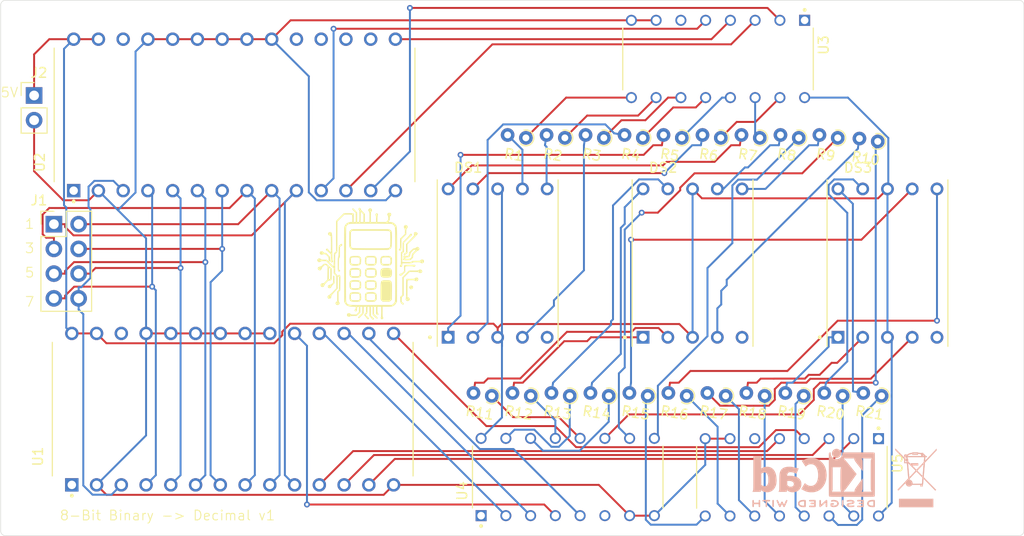
<source format=kicad_pcb>
(kicad_pcb (version 20240108) (generator "pcbnew") (generator_version "8.0")
  (layers (0 "F.Cu" signal) (31 "B.Cu" signal) (34 "B.Paste" user) (35 "F.Paste" user) (36 "B.SilkS" user "B.Silkscreen") (37 "F.SilkS" user "F.Silkscreen") (38 "B.Mask" user) (39 "F.Mask" user) (44 "Edge.Cuts" user))
  (net 0 "")
  (net 1 "Net-(J1-Pin_7)")
  (net 2 "Net-(J1-Pin_4)")
  (net 3 "Net-(J1-Pin_6)")
  (net 4 "Net-(J1-Pin_5)")
  (net 5 "Net-(J1-Pin_8)")
  (net 6 "Net-(J1-Pin_1)")
  (net 7 "Net-(J1-Pin_3)")
  (net 8 "Net-(J1-Pin_2)")
  (net 9 "GND")
  (net 10 "Net-(U1-I{slash}O7)")
  (net 11 "Net-(U1-I{slash}O4)")
  (net 12 "VCC")
  (net 13 "Net-(U1-I{slash}O6)")
  (net 14 "Net-(U1-I{slash}O0)")
  (net 15 "Net-(U1-I{slash}O2)")
  (net 16 "Net-(U1-I{slash}O3)")
  (net 17 "Net-(U1-I{slash}O5)")
  (net 18 "Net-(U1-I{slash}O1)")
  (net 19 "Net-(U2-I{slash}O0)")
  (net 21 "Net-(U2-I{slash}O2)")
  (net 24 "Net-(U2-I{slash}O3)")
  (net 25 "Net-(U2-I{slash}O1)")
  (net 30 "Net-(DS1-Pad7)")
  (net 31 "Net-(U3-a)")
  (net 32 "Net-(DS1-Pad4)")
  (net 33 "Net-(DS1-Pad9)")
  (net 34 "Net-(DS1-Pad10)")
  (net 35 "Net-(DS1-Pad6)")
  (net 36 "Net-(DS1-Pad2)")
  (net 37 "Net-(DS1-Pad1)")
  (net 38 "Net-(DS2-Pad6)")
  (net 39 "Net-(DS2-Pad1)")
  (net 40 "Net-(DS2-Pad2)")
  (net 41 "Net-(DS2-Pad9)")
  (net 42 "Net-(DS2-Pad4)")
  (net 43 "Net-(DS2-Pad10)")
  (net 44 "Net-(DS2-Pad7)")
  (net 45 "Net-(DS3-Pad2)")
  (net 46 "Net-(DS3-Pad7)")
  (net 47 "Net-(DS3-Pad1)")
  (net 48 "Net-(DS3-Pad10)")
  (net 49 "Net-(DS3-Pad6)")
  (net 50 "Net-(DS3-Pad4)")
  (net 51 "Net-(DS3-Pad9)")
  (net 52 "Net-(U3-b)")
  (net 53 "Net-(U3-c)")
  (net 54 "Net-(U3-d)")
  (net 55 "Net-(U3-e)")
  (net 56 "Net-(U3-f)")
  (net 57 "Net-(U3-g)")
  (net 58 "Net-(U4-a)")
  (net 59 "Net-(U4-b)")
  (net 60 "Net-(U4-c)")
  (net 61 "Net-(U4-d)")
  (net 62 "Net-(U4-e)")
  (net 63 "Net-(U4-f)")
  (net 64 "Net-(U4-g)")
  (net 65 "Net-(U5-a)")
  (net 66 "Net-(U5-b)")
  (net 67 "Net-(U5-c)")
  (net 68 "Net-(U5-d)")
  (net 69 "Net-(U5-e)")
  (net 70 "Net-(U5-f)")
  (net 71 "Net-(U5-g)")
  (footprint "Resistor_THT:R_Axial_DIN0204_L3.6mm_D1.6mm_P1.90mm_Vertical" (layer "F.Cu") (at 124.9649 37.0774 171)
    (property "Reference" "R2")
    (property "Value" "330")
  )
  (footprint "Resistor_THT:R_Axial_DIN0204_L3.6mm_D1.6mm_P1.90mm_Vertical" (layer "F.Cu") (at 120.9649 37.0774 171)
    (property "Reference" "R1")
    (property "Value" "330")
  )
  (footprint "HDSP-511Y Footprint Symbol:LED_HDSP-511Y" (layer "F.Cu") (at 138.07 49.9425)
    (property "Reference" "DS2")
    (property "Value" "HDSP-511Y")
  )
  (footprint "AT28C64B-15PU:DIP1555W45P254L3733H482Q28" (layer "F.Cu") (at 90.88 64.9425 90)
    (property "Reference" "U1")
    (property "Value" "AT28C64B-15PU")
  )
  (footprint "CalculatorLogo:CalculatorLogo" (layer "F.Cu") (at 105 50)
    (property "Reference" "G***" (hide yes))
    (property "Value" "LOGO" (hide yes))
  )
  (footprint "Resistor_THT:R_Axial_DIN0204_L3.6mm_D1.6mm_P1.90mm_Vertical" (layer "F.Cu") (at 128.9649 37.0774 171)
    (property "Reference" "R3")
    (property "Value" "330")
  )
  (footprint "Resistor_THT:R_Axial_DIN0204_L3.6mm_D1.6mm_P1.90mm_Vertical" (layer "F.Cu") (at 136.9649 37.0774 171)
    (property "Reference" "R5")
    (property "Value" "330")
  )
  (footprint "Resistor_THT:R_Axial_DIN0204_L3.6mm_D1.6mm_P1.90mm_Vertical" (layer "F.Cu") (at 157.4649 63.5774 171)
    (property "Reference" "R21")
    (property "Value" "330")
  )
  (footprint "HDSP-511Y Footprint Symbol:LED_HDSP-511Y" (layer "F.Cu") (at 118.07 49.9425)
    (property "Reference" "DS1")
    (property "Value" "HDSP-511Y")
  )
  (footprint "Connector_PinHeader_2.54mm:PinHeader_2x04_P2.54mm_Vertical" (layer "F.Cu") (at 72.53 45.9425)
    (property "Reference" "J1")
    (property "Value" "Conn_01x08_Pin" (hide yes))
  )
  (footprint "Resistor_THT:R_Axial_DIN0204_L3.6mm_D1.6mm_P1.90mm_Vertical" (layer "F.Cu") (at 129.4649 63.5774 171)
    (property "Reference" "R14")
    (property "Value" "330")
  )
  (footprint "MountingHole:MountingHole_2.2mm_M2_DIN965" (layer "F.Cu") (at 69.5 25.5)
    (property "Reference" "REF**" (hide yes))
    (property "Value" "MountingHole_2.2mm_M2_DIN965" (hide yes))
  )
  (footprint "CD4056BE:DIP794W45P254L1969H508Q16" (layer "F.Cu") (at 148.26 71.9425 -90)
    (property "Reference" "U5")
    (property "Value" "4056")
  )
  (footprint "Resistor_THT:R_Axial_DIN0204_L3.6mm_D1.6mm_P1.90mm_Vertical" (layer "F.Cu") (at 125.4649 63.5774 171)
    (property "Reference" "R13")
    (property "Value" "330")
  )
  (footprint "Resistor_THT:R_Axial_DIN0204_L3.6mm_D1.6mm_P1.90mm_Vertical" (layer "F.Cu") (at 141.4649 63.5774 171)
    (property "Reference" "R17")
    (property "Value" "330")
  )
  (footprint "Resistor_THT:R_Axial_DIN0204_L3.6mm_D1.6mm_P1.90mm_Vertical" (layer "F.Cu") (at 137.4649 63.5774 171)
    (property "Reference" "R16")
    (property "Value" "330")
  )
  (footprint "Resistor_THT:R_Axial_DIN0204_L3.6mm_D1.6mm_P1.90mm_Vertical" (layer "F.Cu") (at 133.4649 63.5774 171)
    (property "Reference" "R15")
    (property "Value" "330")
  )
  (footprint "Connector_PinHeader_2.54mm:PinHeader_1x02_P2.54mm_Vertical" (layer "F.Cu") (at 70.5 32.725)
    (property "Reference" "J2")
    (property "Value" "Conn_01x02_Pin" (hide yes))
  )
  (footprint "Resistor_THT:R_Axial_DIN0204_L3.6mm_D1.6mm_P1.90mm_Vertical" (layer "F.Cu") (at 153.4649 63.5774 171)
    (property "Reference" "R20")
    (property "Value" "330")
  )
  (footprint "Resistor_THT:R_Axial_DIN0204_L3.6mm_D1.6mm_P1.90mm_Vertical" (layer "F.Cu") (at 117.4649 63.5774 171)
    (property "Reference" "R11")
    (property "Value" "330")
  )
  (footprint "Resistor_THT:R_Axial_DIN0204_L3.6mm_D1.6mm_P1.90mm_Vertical" (layer "F.Cu") (at 149.4649 63.5774 171)
    (property "Reference" "R19")
    (property "Value" "330")
  )
  (footprint "MountingHole:MountingHole_2.2mm_M2_DIN965" (layer "F.Cu") (at 69.5 75.5)
    (property "Reference" "REF**" (hide yes))
    (property "Value" "MountingHole_2.2mm_M2_DIN965" (hide yes))
  )
  (footprint "MountingHole:MountingHole_2.2mm_M2_DIN965" (layer "F.Cu") (at 169.5 75.5)
    (property "Reference" "REF**" (hide yes))
    (property "Value" "MountingHole_2.2mm_M2_DIN965" (hide yes))
  )
  (footprint "HDSP-511Y Footprint Symbol:LED_HDSP-511Y" (layer "F.Cu") (at 158.07 49.9425)
    (property "Reference" "DS3")
    (property "Value" "HDSP-511Y")
  )
  (footprint "Resistor_THT:R_Axial_DIN0204_L3.6mm_D1.6mm_P1.90mm_Vertical" (layer "F.Cu") (at 148.9649 37.0774 171)
    (property "Reference" "R8")
    (property "Value" "330")
  )
  (footprint "AT28C64B-15PU:DIP1555W45P254L3733H482Q28" (layer "F.Cu") (at 91.07 34.7212 90)
    (property "Reference" "U2")
    (property "Value" "AT28C64B-15PU")
  )
  (footprint "Resistor_THT:R_Axial_DIN0204_L3.6mm_D1.6mm_P1.90mm_Vertical" (layer "F.Cu") (at 140.9649 37.0774 171)
    (property "Reference" "R6")
    (property "Value" "330")
  )
  (footprint "Resistor_THT:R_Axial_DIN0204_L3.6mm_D1.6mm_P1.90mm_Vertical" (layer "F.Cu") (at 144.9649 37.0774 171)
    (property "Reference" "R7")
    (property "Value" "330")
  )
  (footprint "CD4056BE:DIP794W45P254L1969H508Q16" (layer "F.Cu") (at 140.68 28.9725 -90)
    (property "Reference" "U3")
    (property "Value" "4056")
  )
  (footprint "Resistor_THT:R_Axial_DIN0204_L3.6mm_D1.6mm_P1.90mm_Vertical" (layer "F.Cu") (at 157.07 37.4425 171)
    (property "Reference" "R10")
    (property "Value" "330")
  )
  (footprint "Resistor_THT:R_Axial_DIN0204_L3.6mm_D1.6mm_P1.90mm_Vertical" (layer "F.Cu") (at 132.9649 37.0774 171)
    (property "Reference" "R4")
    (property "Value" "330")
  )
  (footprint "Resistor_THT:R_Axial_DIN0204_L3.6mm_D1.6mm_P1.90mm_Vertical" (layer "F.Cu") (at 152.9649 37.0774 171)
    (property "Reference" "R9")
    (property "Value" "330")
  )
  (footprint "Resistor_THT:R_Axial_DIN0204_L3.6mm_D1.6mm_P1.90mm_Vertical" (layer "F.Cu") (at 121.4649 63.5774 171)
    (property "Reference" "R12")
    (property "Value" "330")
  )
  (footprint "MountingHole:MountingHole_2.2mm_M2_DIN965" (layer "F.Cu") (at 169.5 25.5)
    (property "Reference" "REF**" (hide yes))
    (property "Value" "MountingHole_2.2mm_M2_DIN965" (hide yes))
  )
  (footprint "Resistor_THT:R_Axial_DIN0204_L3.6mm_D1.6mm_P1.90mm_Vertical" (layer "F.Cu") (at 145.4649 63.5774 171)
    (property "Reference" "R18")
    (property "Value" "330")
  )
  (footprint "CD4056BE:DIP794W45P254L1969H508Q16" (layer "F.Cu") (at 125.26 71.9125 90)
    (property "Reference" "U4")
    (property "Value" "4056")
  )
  (footprint "Symbol:KiCad-Logo2_5mm_SilkScreen" (layer "B.Cu") (at 150.5 72 180)
    (property "Reference" "REF**" (hide yes))
    (property "Value" "KiCad-Logo2_5mm_SilkScreen" (hide yes))
  )
  (footprint "Symbol:WEEE-Logo_4.2x6mm_SilkScreen" (layer "B.Cu") (at 161 72 180)
    (property "Reference" "REF**" (hide yes))
    (property "Value" "WEEE-Logo_4.2x6mm_SilkScreen" (hide yes))
  )
  (gr_arc (start 171.57 22.9425) (mid 171.923553 23.088947) (end 172.07 23.4425) (stroke (width 0.05)) (layer "Edge.Cuts"))
  (gr_line (start 171.57 22.9425) (end 67.57 22.9425) (stroke (width 0.05)) (layer "Edge.Cuts"))
  (gr_arc (start 67.07 23.4425) (mid 67.216447 23.088947) (end 67.57 22.9425) (stroke (width 0.05)) (layer "Edge.Cuts"))
  (gr_line (start 67.07 23.4425) (end 67.07 77.4425) (stroke (width 0.05)) (layer "Edge.Cuts"))
  (gr_line (start 172.07 77.4425) (end 172.07 23.4425) (stroke (width 0.05)) (layer "Edge.Cuts"))
  (gr_line (start 67.57 77.9425) (end 171.57 77.9425) (stroke (width 0.05)) (layer "Edge.Cuts"))
  (gr_arc (start 67.57 77.9425) (mid 67.216447 77.796053) (end 67.07 77.4425) (stroke (width 0.05)) (layer "Edge.Cuts"))
  (gr_arc (start 172.07 77.4425) (mid 171.923553 77.796053) (end 171.57 77.9425) (stroke (width 0.05)) (layer "Edge.Cuts"))
  (gr_text "1" (at 69.5 46.5 0) (layer "F.SilkS") (effects (font (size 1 1) (thickness 0.1)) (justify left bottom)))
  (gr_text "5" (at 69.5 51.5 0) (layer "F.SilkS") (effects (font (size 1 1) (thickness 0.1)) (justify left bottom)))
  (gr_text "8-Bit Binary -> Decimal v1" (at 73.07 76.4425 0) (layer "F.SilkS") (effects (font (size 1 1) (thickness 0.1)) (justify left bottom)))
  (gr_text "5V" (at 67 33 0) (layer "F.SilkS") (effects (font (size 1 1) (thickness 0.1)) (justify left bottom)))
  (gr_text "3\n" (at 69.5 49 0) (layer "F.SilkS") (effects (font (size 1 1) (thickness 0.1)) (justify left bottom)))
  (gr_text "7" (at 69.5 54.5 0) (layer "F.SilkS") (effects (font (size 1 1) (thickness 0.1)) (justify left bottom)))
  (segment (start 72.53 53.5625) (end 73.6817 53.5625) (width 0.2) (layer "F.Cu") (net 1))
  (segment (start 73.6817 53.5625) (end 73.6817 53.294) (width 0.2) (layer "F.Cu") (net 1))
  (segment (start 73.6817 53.294) (end 74.6172 52.3585) (width 0.2) (layer "F.Cu") (net 1))
  (segment (start 74.6172 52.3585) (end 82.6141 52.3585) (width 0.2) (layer "F.Cu") (net 1))
  (via (at 82.6141 52.3585) (size 0.6) (drill 0.3) (layers "F.Cu" "B.Cu") (net 1))
  (segment (start 82.6141 52.3585) (end 82.99 52.7344) (width 0.2) (layer "B.Cu") (net 1))
  (segment (start 82.99 71.7212) (end 81.99 72.7212) (width 0.2) (layer "B.Cu") (net 1))
  (segment (start 82.99 52.7344) (end 82.99 71.7212) (width 0.2) (layer "B.Cu") (net 1))
  (segment (start 82.6141 42.934) (end 82.6141 52.3585) (width 0.2) (layer "B.Cu") (net 1))
  (segment (start 82.18 42.4999) (end 82.6141 42.934) (width 0.2) (layer "B.Cu") (net 1))
  (segment (start 75.07 48.4825) (end 89.8 48.4825) (width 0.2) (layer "F.Cu") (net 2))
  (via (at 89.8 48.4825) (size 0.6) (drill 0.3) (layers "F.Cu" "B.Cu") (net 2))
  (segment (start 88.612 51.9079) (end 89.8 50.7199) (width 0.2) (layer "B.Cu") (net 2))
  (segment (start 89.8 50.7199) (end 89.8 48.4825) (width 0.2) (layer "B.Cu") (net 2))
  (segment (start 89.8 48.4825) (end 89.8 42.4999) (width 0.2) (layer "B.Cu") (net 2))
  (segment (start 88.612 71.7232) (end 88.612 51.9079) (width 0.2) (layer "B.Cu") (net 2))
  (segment (start 89.61 72.7212) (end 88.612 71.7232) (width 0.2) (layer "B.Cu") (net 2))
  (segment (start 76.2217 51.0225) (end 76.8005 50.4437) (width 0.2) (layer "F.Cu") (net 3))
  (segment (start 75.07 51.0225) (end 76.2217 51.0225) (width 0.2) (layer "F.Cu") (net 3))
  (segment (start 76.8005 50.4437) (end 85.53 50.4437) (width 0.2) (layer "F.Cu") (net 3))
  (via (at 85.53 50.4437) (size 0.6) (drill 0.3) (layers "F.Cu" "B.Cu") (net 3))
  (segment (start 85.53 50.4437) (end 85.53 71.7212) (width 0.2) (layer "B.Cu") (net 3))
  (segment (start 84.72 42.4999) (end 85.53 43.3099) (width 0.2) (layer "B.Cu") (net 3))
  (segment (start 85.53 43.3099) (end 85.53 50.4437) (width 0.2) (layer "B.Cu") (net 3))
  (segment (start 85.53 71.7212) (end 84.53 72.7212) (width 0.2) (layer "B.Cu") (net 3))
  (segment (start 74.597 49.8387) (end 88.07 49.8387) (width 0.2) (layer "F.Cu") (net 4))
  (segment (start 72.53 51.0225) (end 73.6817 51.0225) (width 0.2) (layer "F.Cu") (net 4))
  (segment (start 73.6817 50.754) (end 74.597 49.8387) (width 0.2) (layer "F.Cu") (net 4))
  (segment (start 73.6817 51.0225) (end 73.6817 50.754) (width 0.2) (layer "F.Cu") (net 4))
  (via (at 88.07 49.8387) (size 0.6) (drill 0.3) (layers "F.Cu" "B.Cu") (net 4))
  (segment (start 88.07 71.7212) (end 87.07 72.7212) (width 0.2) (layer "B.Cu") (net 4))
  (segment (start 87.26 42.4999) (end 88.07 43.3099) (width 0.2) (layer "B.Cu") (net 4))
  (segment (start 88.07 43.3099) (end 88.07 49.8387) (width 0.2) (layer "B.Cu") (net 4))
  (segment (start 88.07 49.8387) (end 88.07 71.7212) (width 0.2) (layer "B.Cu") (net 4))
  (segment (start 75.07 53.5625) (end 75.07 52.4108) (width 0.2) (layer "B.Cu") (net 5))
  (segment (start 75.3385 52.4108) (end 75.07 52.4108) (width 0.2) (layer "B.Cu") (net 5))
  (segment (start 75.5472 55.1914) (end 75.07 54.7142) (width 0.2) (layer "B.Cu") (net 5))
  (segment (start 75.5472 72.7788) (end 75.5472 55.1914) (width 0.2) (layer "B.Cu") (net 5))
  (segment (start 76.6853 41.4903) (end 76.0869 42.0887) (width 0.2) (layer "B.Cu") (net 5))
  (segment (start 79.45 72.7212) (end 78.4406 73.7306) (width 0.2) (layer "B.Cu") (net 5))
  (segment (start 76.2733 44.387) (end 76.2733 51.476) (width 0.2) (layer "B.Cu") (net 5))
  (segment (start 76.499 73.7306) (end 75.5472 72.7788) (width 0.2) (layer "B.Cu") (net 5))
  (segment (start 79.64 42.4999) (end 78.6304 41.4903) (width 0.2) (layer "B.Cu") (net 5))
  (segment (start 75.07 53.5625) (end 75.07 54.7142) (width 0.2) (layer "B.Cu") (net 5))
  (segment (start 76.2733 51.476) (end 75.3385 52.4108) (width 0.2) (layer "B.Cu") (net 5))
  (segment (start 76.0869 42.0887) (end 76.0869 44.2006) (width 0.2) (layer "B.Cu") (net 5))
  (segment (start 76.0869 44.2006) (end 76.2733 44.387) (width 0.2) (layer "B.Cu") (net 5))
  (segment (start 78.4406 73.7306) (end 76.499 73.7306) (width 0.2) (layer "B.Cu") (net 5))
  (segment (start 78.6304 41.4903) (end 76.6853 41.4903) (width 0.2) (layer "B.Cu") (net 5))
  (segment (start 97.42 42.4999) (end 92.8257 47.0942) (width 0.2) (layer "F.Cu") (net 6))
  (segment (start 74.5454 47.0942) (end 73.6817 46.2305) (width 0.2) (layer "F.Cu") (net 6))
  (segment (start 73.6817 46.2305) (end 73.6817 45.9425) (width 0.2) (layer "F.Cu") (net 6))
  (segment (start 92.8257 47.0942) (end 74.5454 47.0942) (width 0.2) (layer "F.Cu") (net 6))
  (segment (start 72.53 45.9425) (end 73.6817 45.9425) (width 0.2) (layer "F.Cu") (net 6))
  (segment (start 96.232 43.6879) (end 96.232 71.7232) (width 0.2) (layer "B.Cu") (net 6))
  (segment (start 97.42 42.4999) (end 96.232 43.6879) (width 0.2) (layer "B.Cu") (net 6))
  (segment (start 96.232 71.7232) (end 97.23 72.7212) (width 0.2) (layer "B.Cu") (net 6))
  (segment (start 71.3783 46.9709) (end 71.3783 44.9524) (width 0.2) (layer "F.Cu") (net 7))
  (segment (start 72.53 47.3308) (end 71.7382 47.3308) (width 0.2) (layer "F.Cu") (net 7))
  (segment (start 90.5553 44.2846) (end 92.34 42.4999) (width 0.2) (layer "F.Cu") (net 7))
  (segment (start 72.53 48.4825) (end 72.53 47.3308) (width 0.2) (layer "F.Cu") (net 7))
  (segment (start 72.0461 44.2846) (end 90.5553 44.2846) (width 0.2) (layer "F.Cu") (net 7))
  (segment (start 71.3783 44.9524) (end 72.0461 44.2846) (width 0.2) (layer "F.Cu") (net 7))
  (segment (start 71.7382 47.3308) (end 71.3783 46.9709) (width 0.2) (layer "F.Cu") (net 7))
  (segment (start 93.15 71.7212) (end 92.15 72.7212) (width 0.2) (layer "B.Cu") (net 7))
  (segment (start 93.15 43.3099) (end 93.15 71.7212) (width 0.2) (layer "B.Cu") (net 7))
  (segment (start 92.34 42.4999) (end 93.15 43.3099) (width 0.2) (layer "B.Cu") (net 7))
  (segment (start 94.88 42.4999) (end 91.4374 45.9425) (width 0.2) (layer "F.Cu") (net 8))
  (segment (start 91.4374 45.9425) (end 75.07 45.9425) (width 0.2) (layer "F.Cu") (net 8))
  (segment (start 94.88 42.4999) (end 95.69 43.3099) (width 0.2) (layer "B.Cu") (net 8))
  (segment (start 95.69 71.7212) (end 94.69 72.7212) (width 0.2) (layer "B.Cu") (net 8))
  (segment (start 95.69 43.3099) (end 95.69 71.7212) (width 0.2) (layer "B.Cu") (net 8))
  (segment (start 77.1 42.49995) (end 76.111 43.48895) (width 0.2) (layer "F.Cu") (net 9))
  (segment (start 134.33 25.0025) (end 131.79 25.0025) (width 0.2) (layer "F.Cu") (net 9))
  (segment (start 94.88 26.9424) (end 92.34 26.9424) (width 0.2) (layer "F.Cu") (net 9))
  (segment (start 96.8199 25.0025) (end 94.88 26.9424) (width 0.2) (layer "F.Cu") (net 9))
  (segment (start 87.26 26.9424) (end 84.72 26.9424) (width 0.2) (layer "F.Cu") (net 9))
  (segment (start 87.07 57.1637) (end 84.53 57.1637) (width 0.2) (layer "F.Cu") (net 9))
  (segment (start 141.91 67.9725) (end 139.37 67.9725) (width 0.2) (layer "F.Cu") (net 9))
  (segment (start 70.5 40.5) (end 70.5 35.265) (width 0.2) (layer "F.Cu") (net 9))
  (segment (start 106.3681 73.7431) (end 77.9319 73.7431) (width 0.2) (layer "F.Cu") (net 9))
  (segment (start 84.72 26.9424) (end 82.18 26.9424) (width 0.2) (layer "F.Cu") (net 9))
  (segment (start 92.15 57.1637) (end 89.61 57.1637) (width 0.2) (layer "F.Cu") (net 9))
  (segment (start 89.61 57.1637) (end 87.07 57.1637) (width 0.2) (layer "F.Cu") (net 9))
  (segment (start 131.79 25.0025) (end 96.8199 25.0025) (width 0.2) (layer "F.Cu") (net 9))
  (segment (start 84.53 57.1637) (end 81.99 57.1637) (width 0.2) (layer "F.Cu") (net 9))
  (segment (start 89.8 26.9424) (end 87.26 26.9424) (width 0.2) (layer "F.Cu") (net 9))
  (segment (start 107.39 72.7212) (end 106.3681 73.7431) (width 0.2) (layer "F.Cu") (net 9))
  (segment (start 73.48895 43.48895) (end 70.5 40.5) (width 0.2) (layer "F.Cu") (net 9))
  (segment (start 77.9319 73.7431) (end 76.91 72.7212) (width 0.2) (layer "F.Cu") (net 9))
  (segment (start 128.4487 72.7212) (end 107.39 72.7212) (width 0.2) (layer "F.Cu") (net 9))
  (segment (start 94.69 57.1637) (end 92.15 57.1637) (width 0.2) (layer "F.Cu") (net 9))
  (segment (start 92.34 26.9424) (end 89.8 26.9424) (width 0.2) (layer "F.Cu") (net 9))
  (segment (start 134.15 75.8825) (end 131.61 75.8825) (width 0.2) (layer "F.Cu") (net 9))
  (segment (start 76.111 43.48895) (end 73.48895 43.48895) (width 0.2) (layer "F.Cu") (net 9))
  (segment (start 131.61 75.8825) (end 128.4487 72.7212) (width 0.2) (layer "F.Cu") (net 9))
  (segment (start 81.99 67.6412) (end 81.99 57.1637) (width 0.2) (layer "B.Cu") (net 9))
  (segment (start 81.99 47.3899) (end 81.99 57.1637) (width 0.2) (layer "B.Cu") (net 9))
  (segment (start 106.5893 43.4906) (end 99.5013 43.4906) (width 0.2) (layer "B.Cu") (net 9))
  (segment (start 79.0975 44.4973) (end 81.99 47.3899) (width 0.2) (layer "B.Cu") (net 9))
  (segment (start 80.91 42.6848) (end 79.0975 44.4973) (width 0.2) (layer "B.Cu") (net 9))
  (segment (start 80.91 28.2124) (end 80.91 42.6848) (width 0.2) (layer "B.Cu") (net 9))
  (segment (start 98.69 30.7524) (end 94.88 26.9424) (width 0.2) (layer "B.Cu") (net 9))
  (segment (start 76.91 72.7212) (end 81.99 67.6412) (width 0.2) (layer "B.Cu") (net 9))
  (segment (start 134.15 75.8825) (end 139.37 70.6625) (width 0.2) (layer "B.Cu") (net 9))
  (segment (start 77.1 42.4999) (end 79.0975 44.4973) (width 0.2) (layer "B.Cu") (net 9))
  (segment (start 82.18 26.9424) (end 80.91 28.2124) (width 0.2) (layer "B.Cu") (net 9))
  (segment (start 98.69 42.6793) (end 98.69 30.7524) (width 0.2) (layer "B.Cu") (net 9))
  (segment (start 139.37 70.6625) (end 139.37 67.9725) (width 0.2) (layer "B.Cu") (net 9))
  (segment (start 107.58 42.4999) (end 106.5893 43.4906) (width 0.2) (layer "B.Cu") (net 9))
  (segment (start 99.5013 43.4906) (end 98.69 42.6793) (width 0.2) (layer "B.Cu") (net 9))
  (segment (start 122.8444 74.7369) (end 123.99 75.8825) (width 0.2) (layer "F.Cu") (net 10))
  (segment (start 98.5 74.7369) (end 122.8444 74.7369) (width 0.2) (layer "F.Cu") (net 10))
  (via (at 98.5 74.7369) (size 0.6) (drill 0.3) (layers "F.Cu" "B.Cu") (net 10))
  (segment (start 98.5 58.4337) (end 98.5 74.7369) (width 0.2) (layer "B.Cu") (net 10))
  (segment (start 97.23 57.1637) (end 98.5 58.4337) (width 0.2) (layer "B.Cu") (net 10))
  (segment (start 104.85 57.6541) (end 104.85 57.1637) (width 0.2) (layer "B.Cu") (net 11))
  (segment (start 116.2322 69.0363) (end 104.85 57.6541) (width 0.2) (layer "B.Cu") (net 11))
  (segment (start 126.53 75.8825) (end 119.6838 69.0363) (width 0.2) (layer "B.Cu") (net 11))
  (segment (start 119.6838 69.0363) (end 116.2322 69.0363) (width 0.2) (layer "B.Cu") (net 11))
  (segment (start 77.1 26.9424) (end 74.56 26.9424) (width 0.2) (layer "F.Cu") (net 12))
  (segment (start 95.96 56.9865) (end 96.7814 56.1651) (width 0.2) (layer "F.Cu") (net 12))
  (segment (start 96.7814 56.1651) (end 117.6333 56.1651) (width 0.2) (layer "F.Cu") (net 12))
  (segment (start 77.9232 58.1769) (end 95.1387 58.1769) (width 0.2) (layer "F.Cu") (net 12))
  (segment (start 76.91 57.1637) (end 77.9232 58.1769) (width 0.2) (layer "F.Cu") (net 12))
  (segment (start 118.07 56.6018) (end 118.07 57.5625) (width 0.2) (layer "F.Cu") (net 12))
  (segment (start 74.56 26.94245) (end 72.05755 26.94245) (width 0.2) (layer "F.Cu") (net 12))
  (segment (start 158.07 42.3225) (end 157.1024 43.2901) (width 0.2) (layer "F.Cu") (net 12))
  (segment (start 136.7076 56.2001) (end 118.4717 56.2001) (width 0.2) (layer "F.Cu") (net 12))
  (segment (start 157.1024 43.2901) (end 139.0376 43.2901) (width 0.2) (layer "F.Cu") (net 12))
  (segment (start 74.37 57.1637) (end 76.91 57.1637) (width 0.2) (layer "F.Cu") (net 12))
  (segment (start 117.6333 56.1651) (end 118.07 56.6018) (width 0.2) (layer "F.Cu") (net 12))
  (segment (start 72.05755 26.94245) (end 70.5 28.5) (width 0.2) (layer "F.Cu") (net 12))
  (segment (start 138.07 57.5625) (end 136.7076 56.2001) (width 0.2) (layer "F.Cu") (net 12))
  (segment (start 118.4717 56.2001) (end 118.07 56.6018) (width 0.2) (layer "F.Cu") (net 12))
  (segment (start 95.1387 58.1769) (end 95.96 57.3556) (width 0.2) (layer "F.Cu") (net 12))
  (segment (start 139.0376 43.2901) (end 138.07 42.3225) (width 0.2) (layer "F.Cu") (net 12))
  (segment (start 95.96 57.3556) (end 95.96 56.9865) (width 0.2) (layer "F.Cu") (net 12))
  (segment (start 70.5 28.5) (end 70.5 32.725) (width 0.2) (layer "F.Cu") (net 12))
  (segment (start 158.5036 74.5589) (end 158.5036 57.9961) (width 0.2) (layer "B.Cu") (net 12))
  (segment (start 158.5036 57.9961) (end 158.07 57.5625) (width 0.2) (layer "B.Cu") (net 12))
  (segment (start 116.37 67.9425) (end 118.5082 65.8043) (width 0.2) (layer "B.Cu") (net 12))
  (segment (start 157.15 75.9125) (end 158.5036 74.5589) (width 0.2) (layer "B.Cu") (net 12))
  (segment (start 158.07 57.5625) (end 158.07 42.3225) (width 0.2) (layer "B.Cu") (net 12))
  (segment (start 118.5082 58.4631) (end 118.5082 42.7607) (width 0.2) (layer "B.Cu") (net 12))
  (segment (start 73.5693 43.9934) (end 73.8 44.2241) (width 0.2) (layer "B.Cu") (net 12))
  (segment (start 154.0052 32.9425) (end 149.57 32.9425) (width 0.2) (layer "B.Cu") (net 12))
  (segment (start 158.155 42.2375) (end 158.155 37.0923) (width 0.2) (layer "B.Cu") (net 12))
  (segment (start 158.07 42.3225) (end 158.155 42.2375) (width 0.2) (layer "B.Cu") (net 12))
  (segment (start 118.5082 42.7607) (end 118.07 42.3225) (width 0.2) (layer "B.Cu") (net 12))
  (segment (start 73.5693 27.9331) (end 73.5693 43.9934) (width 0.2) (layer "B.Cu") (net 12))
  (segment (start 118.5082 65.8043) (end 118.5082 58.4631) (width 0.2) (layer "B.Cu") (net 12))
  (segment (start 158.155 37.0923) (end 154.0052 32.9425) (width 0.2) (layer "B.Cu") (net 12))
  (segment (start 74.56 26.9424) (end 73.5693 27.9331) (width 0.2) (layer "B.Cu") (net 12))
  (segment (start 118.5082 58.0007) (end 118.07 57.5625) (width 0.2) (layer "B.Cu") (net 12))
  (segment (start 138.07 57.5625) (end 138.07 42.3225) (width 0.2) (layer "B.Cu") (net 12))
  (segment (start 118.5082 58.4631) (end 118.5082 58.0007) (width 0.2) (layer "B.Cu") (net 12))
  (segment (start 73.8 44.2241) (end 73.8 56.5937) (width 0.2) (layer "B.Cu") (net 12))
  (segment (start 73.8 56.5937) (end 74.37 57.1637) (width 0.2) (layer "B.Cu") (net 12))
  (segment (start 118.91 75.8825) (end 100.1912 57.1637) (width 0.2) (layer "B.Cu") (net 13))
  (segment (start 100.1912 57.1637) (end 99.77 57.1637) (width 0.2) (layer "B.Cu") (net 13))
  (segment (start 99.77 72.7212) (end 103.24 69.2512) (width 0.2) (layer "F.Cu") (net 14))
  (segment (start 103.24 69.2512) (end 145.7113 69.2512) (width 0.2) (layer "F.Cu") (net 14))
  (segment (start 145.7113 69.2512) (end 146.99 67.9725) (width 0.2) (layer "F.Cu") (net 14))
  (segment (start 107.5166 70.0546) (end 152.5279 70.0546) (width 0.2) (layer "F.Cu") (net 15))
  (segment (start 152.5279 70.0546) (end 154.61 67.9725) (width 0.2) (layer "F.Cu") (net 15))
  (segment (start 104.85 72.7212) (end 107.5166 70.0546) (width 0.2) (layer "F.Cu") (net 15))
  (segment (start 146.6257 67.0939) (end 144.8701 68.8495) (width 0.2) (layer "F.Cu") (net 16))
  (segment (start 116.9077 66.6814) (end 107.39 57.1637) (width 0.2) (layer "F.Cu") (net 16))
  (segment (start 149.53 67.9725) (end 148.6514 67.0939) (width 0.2) (layer "F.Cu") (net 16))
  (segment (start 148.6514 67.0939) (end 146.6257 67.0939) (width 0.2) (layer "F.Cu") (net 16))
  (segment (start 123.9547 66.6814) (end 116.9077 66.6814) (width 0.2) (layer "F.Cu") (net 16))
  (segment (start 144.8701 68.8495) (end 126.1228 68.8495) (width 0.2) (layer "F.Cu") (net 16))
  (segment (start 126.1228 68.8495) (end 123.9547 66.6814) (width 0.2) (layer "F.Cu") (net 16))
  (segment (start 121.45 75.8825) (end 102.7312 57.1637) (width 0.2) (layer "B.Cu") (net 17))
  (segment (start 102.7312 57.1637) (end 102.31 57.1637) (width 0.2) (layer "B.Cu") (net 17))
  (segment (start 102.31 72.7212) (end 105.3783 69.6529) (width 0.2) (layer "F.Cu") (net 18))
  (segment (start 105.3783 69.6529) (end 150.3896 69.6529) (width 0.2) (layer "F.Cu") (net 18))
  (segment (start 150.3896 69.6529) (end 152.07 67.9725) (width 0.2) (layer "F.Cu") (net 18))
  (segment (start 139.41 25.0025) (end 138.5432 25.8693) (width 0.2) (layer "F.Cu") (net 19))
  (segment (start 138.5432 25.8693) (end 101.23 25.8693) (width 0.2) (layer "F.Cu") (net 19))
  (via (at 101.23 25.8693) (size 0.6) (drill 0.3) (layers "F.Cu" "B.Cu") (net 19))
  (segment (start 101.23 41.2299) (end 101.23 25.8693) (width 0.2) (layer "B.Cu") (net 19))
  (segment (start 99.96 42.4999) (end 101.23 41.2299) (width 0.2) (layer "B.Cu") (net 19))
  (segment (start 145.7598 23.7323) (end 109.0651 23.7323) (width 0.2) (layer "F.Cu") (net 21))
  (segment (start 147.03 25.0025) (end 145.7598 23.7323) (width 0.2) (layer "F.Cu") (net 21))
  (via (at 109.0651 23.7323) (size 0.6) (drill 0.3) (layers "F.Cu" "B.Cu") (net 21))
  (segment (start 105.04 42.4999) (end 109.0651 38.4748) (width 0.2) (layer "B.Cu") (net 21))
  (segment (start 109.0651 38.4748) (end 109.0651 23.7323) (width 0.2) (layer "B.Cu") (net 21))
  (segment (start 141.95 25.0025) (end 140.0101 26.9424) (width 0.2) (layer "F.Cu") (net 24))
  (segment (start 140.0101 26.9424) (end 107.58 26.9424) (width 0.2) (layer "F.Cu") (net 24))
  (segment (start 117.5288 27.4711) (end 142.0214 27.4711) (width 0.2) (layer "F.Cu") (net 25))
  (segment (start 142.0214 27.4711) (end 144.49 25.0025) (width 0.2) (layer "F.Cu") (net 25))
  (segment (start 102.5 42.4999) (end 117.5288 27.4711) (width 0.2) (layer "F.Cu") (net 25))
  (segment (start 120.61 42.3225) (end 120.61 38.3019) (width 0.2) (layer "B.Cu") (net 30))
  (segment (start 120.61 38.3019) (end 119.0883 36.7802) (width 0.2) (layer "B.Cu") (net 30))
  (segment (start 131.79 32.9425) (end 125.0998 32.9425) (width 0.2) (layer "F.Cu") (net 31))
  (segment (start 125.0998 32.9425) (end 120.9649 37.0774) (width 0.2) (layer "F.Cu") (net 31))
  (segment (start 123.8411 54.3314) (end 120.61 57.5625) (width 0.2) (layer "B.Cu") (net 32))
  (segment (start 123.8411 53.7634) (end 123.8411 54.3314) (width 0.2) (layer "B.Cu") (net 32))
  (segment (start 127.0883 36.7802) (end 126.9214 37.8345) (width 0.2) (layer "B.Cu") (net 32))
  (segment (start 126.9214 50.6831) (end 123.8411 53.7634) (width 0.2) (layer "B.Cu") (net 32))
  (segment (start 126.9214 37.8345) (end 126.9214 50.6831) (width 0.2) (layer "B.Cu") (net 32))
  (segment (start 117.1549 40.6976) (end 135.1709 40.6976) (width 0.2) (layer "F.Cu") (net 33))
  (segment (start 115.53 42.3225) (end 117.1549 40.6976) (width 0.2) (layer "F.Cu") (net 33))
  (via (at 135.1709 40.6976) (size 0.6) (drill 0.3) (layers "F.Cu" "B.Cu") (net 33))
  (segment (start 139.0883 36.7802) (end 138.9214 37.8345) (width 0.2) (layer "B.Cu") (net 33))
  (segment (start 138.9214 37.8345) (end 138.034 37.8345) (width 0.2) (layer "B.Cu") (net 33))
  (segment (start 138.034 37.8345) (end 135.1709 40.6976) (width 0.2) (layer "B.Cu") (net 33))
  (segment (start 142.034 37.8345) (end 140.3285 39.54) (width 0.2) (layer "F.Cu") (net 34))
  (segment (start 135.0252 39.9099) (end 115.4026 39.9099) (width 0.2) (layer "F.Cu") (net 34))
  (segment (start 135.3951 39.54) (end 135.0252 39.9099) (width 0.2) (layer "F.Cu") (net 34))
  (segment (start 143.0883 36.7802) (end 142.9214 37.8345) (width 0.2) (layer "F.Cu") (net 34))
  (segment (start 115.4026 39.9099) (end 112.99 42.3225) (width 0.2) (layer "F.Cu") (net 34))
  (segment (start 142.9214 37.8345) (end 142.034 37.8345) (width 0.2) (layer "F.Cu") (net 34))
  (segment (start 140.3285 39.54) (end 135.3951 39.54) (width 0.2) (layer "F.Cu") (net 34))
  (segment (start 123.0883 36.7802) (end 122.9214 37.8345) (width 0.2) (layer "B.Cu") (net 35))
  (segment (start 123.0883 38.0014) (end 122.9214 37.8345) (width 0.2) (layer "B.Cu") (net 35))
  (segment (start 123.0883 42.2608) (end 123.0883 38.0014) (width 0.2) (layer "B.Cu") (net 35))
  (segment (start 123.15 42.3225) (end 123.0883 42.2608) (width 0.2) (layer "B.Cu") (net 35))
  (segment (start 129.1153 35.6945) (end 118.6378 35.6945) (width 0.2) (layer "B.Cu") (net 36))
  (segment (start 131.0883 36.7802) (end 130.034 36.6133) (width 0.2) (layer "B.Cu") (net 36))
  (segment (start 118.6378 35.6945) (end 117.037 37.2953) (width 0.2) (layer "B.Cu") (net 36))
  (segment (start 117.037 56.0555) (end 115.53 57.5625) (width 0.2) (layer "B.Cu") (net 36))
  (segment (start 130.034 36.6133) (end 130.034 36.6132) (width 0.2) (layer "B.Cu") (net 36))
  (segment (start 117.037 37.2953) (end 117.037 56.0555) (width 0.2) (layer "B.Cu") (net 36))
  (segment (start 130.034 36.6132) (end 129.1153 35.6945) (width 0.2) (layer "B.Cu") (net 36))
  (segment (start 134.9214 37.8345) (end 134.034 37.8345) (width 0.2) (layer "F.Cu") (net 37))
  (segment (start 135.0883 36.7802) (end 134.9214 37.8345) (width 0.2) (layer "F.Cu") (net 37))
  (segment (start 133.0476 38.8209) (end 114.2617 38.8209) (width 0.2) (layer "F.Cu") (net 37))
  (segment (start 134.034 37.8345) (end 133.0476 38.8209) (width 0.2) (layer "F.Cu") (net 37))
  (via (at 114.2617 38.8209) (size 0.6) (drill 0.3) (layers "F.Cu" "B.Cu") (net 37))
  (segment (start 112.99 57.5625) (end 112.99 56.6068) (width 0.2) (layer "B.Cu") (net 37))
  (segment (start 112.99 56.6068) (end 114.2617 55.3351) (width 0.2) (layer "B.Cu") (net 37))
  (segment (start 114.2617 55.3351) (end 114.2617 38.8209) (width 0.2) (layer "B.Cu") (net 37))
  (segment (start 151.0883 36.7802) (end 150.9214 37.8345) (width 0.2) (layer "B.Cu") (net 38))
  (segment (start 145.546 42.3225) (end 143.15 42.3225) (width 0.2) (layer "B.Cu") (net 38))
  (segment (start 150.034 37.8345) (end 145.546 42.3225) (width 0.2) (layer "B.Cu") (net 38))
  (segment (start 150.9214 37.8345) (end 150.034 37.8345) (width 0.2) (layer "B.Cu") (net 38))
  (segment (start 119.7553 62.2258) (end 120.6427 62.2258) (width 0.2) (layer "F.Cu") (net 39))
  (segment (start 124.9043 57.9642) (end 127.2427 57.9642) (width 0.2) (layer "F.Cu") (net 39))
  (segment (start 127.2427 57.9642) (end 127.6444 57.5625) (width 0.2) (layer "F.Cu") (net 39))
  (segment (start 120.6427 62.2258) (end 124.9043 57.9642) (width 0.2) (layer "F.Cu") (net 39))
  (segment (start 127.6444 57.5625) (end 132.99 57.5625) (width 0.2) (layer "F.Cu") (net 39))
  (segment (start 119.5883 63.2802) (end 119.7553 62.2258) (width 0.2) (layer "F.Cu") (net 39))
  (segment (start 115.5883 63.2802) (end 115.7553 62.2258) (width 0.2) (layer "F.Cu") (net 40))
  (segment (start 131.8159 57.0019) (end 131.8159 57.002) (width 0.2) (layer "F.Cu") (net 40))
  (segment (start 131.8159 57.002) (end 125.1803 57.002) (width 0.2) (layer "F.Cu") (net 40))
  (segment (start 125.1803 57.002) (end 120.3886 61.7937) (width 0.2) (layer "F.Cu") (net 40))
  (segment (start 120.3886 61.7937) (end 117.0748 61.7937) (width 0.2) (layer "F.Cu") (net 40))
  (segment (start 134.5743 56.6068) (end 132.211 56.6068) (width 0.2) (layer "F.Cu") (net 40))
  (segment (start 132.211 56.6068) (end 131.8159 57.0019) (width 0.2) (layer "F.Cu") (net 40))
  (segment (start 135.53 57.5625) (end 134.5743 56.6068) (width 0.2) (layer "F.Cu") (net 40))
  (segment (start 116.6427 62.2258) (end 115.7553 62.2258) (width 0.2) (layer "F.Cu") (net 40))
  (segment (start 117.0748 61.7937) (end 116.6427 62.2258) (width 0.2) (layer "F.Cu") (net 40))
  (segment (start 135.53 42.3225) (end 134.5535 41.346) (width 0.2) (layer "B.Cu") (net 41))
  (segment (start 129.7017 56.2794) (end 123.7553 62.2258) (width 0.2) (layer "B.Cu") (net 41))
  (segment (start 129.7017 55.9156) (end 129.7017 56.2794) (width 0.2) (layer "B.Cu") (net 41))
  (segment (start 129.9034 44.0194) (end 129.9034 55.7139) (width 0.2) (layer "B.Cu") (net 41))
  (segment (start 123.5883 63.2802) (end 123.7553 62.2258) (width 0.2) (layer "B.Cu") (net 41))
  (segment (start 132.5768 41.346) (end 129.9034 44.0194) (width 0.2) (layer "B.Cu") (net 41))
  (segment (start 129.9034 55.7139) (end 129.7017 55.9156) (width 0.2) (layer "B.Cu") (net 41))
  (segment (start 134.5535 41.346) (end 132.5768 41.346) (width 0.2) (layer "B.Cu") (net 41))
  (segment (start 142.0157 51.2103) (end 142.0157 51.2124) (width 0.2) (layer "B.Cu") (net 42))
  (segment (start 140.61 54.5944) (end 140.61 57.5625) (width 0.2) (layer "B.Cu") (net 42))
  (segment (start 142.0157 51.2124) (end 141.5727 51.6554) (width 0.2) (layer "B.Cu") (net 42))
  (segment (start 141.0117 52.7844) (end 141.0117 54.1927) (width 0.2) (layer "B.Cu") (net 42))
  (segment (start 155.0264 38.1996) (end 142.0157 51.2103) (width 0.2) (layer "B.Cu") (net 42))
  (segment (start 141.5727 52.2234) (end 141.0117 52.7844) (width 0.2) (layer "B.Cu") (net 42))
  (segment (start 141.0117 54.1927) (end 140.61 54.5944) (width 0.2) (layer "B.Cu") (net 42))
  (segment (start 155.0265 38.1996) (end 155.0264 38.1996) (width 0.2) (layer "B.Cu") (net 42))
  (segment (start 155.1934 37.1453) (end 155.0265 38.1996) (width 0.2) (layer "B.Cu") (net 42))
  (segment (start 141.5727 51.6554) (end 141.5727 52.2234) (width 0.2) (layer "B.Cu") (net 42))
  (segment (start 132.99 42.3225) (end 131.1083 44.2042) (width 0.2) (layer "B.Cu") (net 43))
  (segment (start 131.1083 44.2042) (end 131.1083 45.9203) (width 0.2) (layer "B.Cu") (net 43))
  (segment (start 131.1083 45.9203) (end 130.7066 46.322) (width 0.2) (layer "B.Cu") (net 43))
  (segment (start 130.7066 46.322) (end 130.7066 59.2745) (width 0.2) (layer "B.Cu") (net 43))
  (segment (start 127.5883 63.2802) (end 127.7553 62.2258) (width 0.2) (layer "B.Cu") (net 43))
  (segment (start 130.7066 59.2745) (end 127.7553 62.2258) (width 0.2) (layer "B.Cu") (net 43))
  (segment (start 146.9214 37.8345) (end 146.034 37.8345) (width 0.2) (layer "B.Cu") (net 44))
  (segment (start 141.2274 42.3225) (end 140.61 42.3225) (width 0.2) (layer "B.Cu") (net 44))
  (segment (start 143.7494 40.117) (end 143.4329 40.117) (width 0.2) (layer "B.Cu") (net 44))
  (segment (start 147.0883 36.7802) (end 146.9214 37.8345) (width 0.2) (layer "B.Cu") (net 44))
  (segment (start 145.0071 38.8593) (end 143.7494 40.117) (width 0.2) (layer "B.Cu") (net 44))
  (segment (start 143.4329 40.117) (end 141.2274 42.3225) (width 0.2) (layer "B.Cu") (net 44))
  (segment (start 145.0092 38.8593) (end 145.0071 38.8593) (width 0.2) (layer "B.Cu") (net 44))
  (segment (start 146.034 37.8345) (end 145.0092 38.8593) (width 0.2) (layer "B.Cu") (net 44))
  (segment (start 146.3836 61.8059) (end 145.0626 61.8059) (width 0.2) (layer "F.Cu") (net 45))
  (segment (start 152.9067 60.1858) (end 152.3387 60.1858) (width 0.2) (layer "F.Cu") (net 45))
  (segment (start 145.0626 61.8059) (end 144.6427 62.2258) (width 0.2) (layer "F.Cu") (net 45))
  (segment (start 146.3851 61.8044) (end 146.3836 61.8059) (width 0.2) (layer "F.Cu") (net 45))
  (segment (start 144.6427 62.2258) (end 143.7553 62.2258) (width 0.2) (layer "F.Cu") (net 45))
  (segment (start 152.3387 60.1858) (end 151.1033 61.4212) (width 0.2) (layer "F.Cu") (net 45))
  (segment (start 151.1033 61.4212) (end 149.9824 61.4212) (width 0.2) (layer "F.Cu") (net 45))
  (segment (start 155.53 57.5625) (end 152.9067 60.1858) (width 0.2) (layer "F.Cu") (net 45))
  (segment (start 149.5992 61.8044) (end 146.3851 61.8044) (width 0.2) (layer "F.Cu") (net 45))
  (segment (start 149.9824 61.4212) (end 149.5992 61.8044) (width 0.2) (layer "F.Cu") (net 45))
  (segment (start 143.5883 63.2802) (end 143.7553 62.2258) (width 0.2) (layer "F.Cu") (net 45))
  (segment (start 155.3957 47.5368) (end 131.7552 47.5368) (width 0.2) (layer "F.Cu") (net 46))
  (segment (start 160.61 42.3225) (end 155.3957 47.5368) (width 0.2) (layer "F.Cu") (net 46))
  (via (at 131.7552 47.5368) (size 0.6) (drill 0.3) (layers "F.Cu" "B.Cu") (net 46))
  (segment (start 131.5883 63.2802) (end 131.7553 62.2258) (width 0.2) (layer "B.Cu") (net 46))
  (segment (start 131.7552 62.2258) (end 131.7552 47.5368) (width 0.2) (layer "B.Cu") (net 46))
  (segment (start 131.7553 62.2258) (end 131.7552 62.2258) (width 0.2) (layer "B.Cu") (net 46))
  (segment (start 152.0343 58.5182) (end 152.0343 57.5625) (width 0.2) (layer "B.Cu") (net 47))
  (segment (start 147.7553 62.2258) (end 148.3267 62.2258) (width 0.2) (layer "B.Cu") (net 47))
  (segment (start 152.99 57.5625) (end 152.0343 57.5625) (width 0.2) (layer "B.Cu") (net 47))
  (segment (start 147.5883 63.2802) (end 147.7553 62.2258) (width 0.2) (layer "B.Cu") (net 47))
  (segment (start 148.3267 62.2258) (end 152.0343 58.5182) (width 0.2) (layer "B.Cu") (net 47))
  (segment (start 155.5883 63.2802) (end 154.534 63.1133) (width 0.2) (layer "B.Cu") (net 48))
  (segment (start 154.5187 43.8512) (end 154.5187 62.2106) (width 0.2) (layer "B.Cu") (net 48))
  (segment (start 154.534 62.2259) (end 154.534 63.1133) (width 0.2) (layer "B.Cu") (net 48))
  (segment (start 154.5187 62.2106) (end 154.534 62.2259) (width 0.2) (layer "B.Cu") (net 48))
  (segment (start 152.99 42.3225) (end 154.5187 43.8512) (width 0.2) (layer "B.Cu") (net 48))
  (segment (start 137.8475 61.021) (end 147.7968 61.021) (width 0.2) (layer "F.Cu") (net 49))
  (segment (start 152.9635 55.8543) (end 163.15 55.8543) (width 0.2) (layer "F.Cu") (net 49))
  (segment (start 135.5883 63.2802) (end 135.7553 62.2258) (width 0.2) (layer "F.Cu") (net 49))
  (segment (start 135.7553 62.2258) (end 136.6427 62.2258) (width 0.2) (layer "F.Cu") (net 49))
  (segment (start 147.7968 61.021) (end 152.9635 55.8543) (width 0.2) (layer "F.Cu") (net 49))
  (segment (start 136.6427 62.2258) (end 137.8475 61.021) (width 0.2) (layer "F.Cu") (net 49))
  (via (at 163.15 55.8543) (size 0.6) (drill 0.3) (layers "F.Cu" "B.Cu") (net 49))
  (segment (start 163.15 42.3225) (end 163.15 55.8543) (width 0.2) (layer "B.Cu") (net 49))
  (segment (start 156.3496 61.8229) (end 150.1488 61.8229) (width 0.2) (layer "F.Cu") (net 50))
  (segment (start 160.61 57.5625) (end 156.3496 61.8229) (width 0.2) (layer "F.Cu") (net 50))
  (segment (start 145.8998 64.5883) (end 140.8964 64.5883) (width 0.2) (layer "F.Cu") (net 50))
  (segment (start 147.168 62.2246) (end 146.5084 62.8842) (width 0.2) (layer "F.Cu") (net 50))
  (segment (start 150.1488 61.8229) (end 149.7471 62.2246) (width 0.2) (layer "F.Cu") (net 50))
  (segment (start 140.8964 64.5883) (end 139.5883 63.2802) (width 0.2) (layer "F.Cu") (net 50))
  (segment (start 149.7471 62.2246) (end 147.168 62.2246) (width 0.2) (layer "F.Cu") (net 50))
  (segment (start 146.5084 62.8842) (end 146.5084 63.9797) (width 0.2) (layer "F.Cu") (net 50))
  (segment (start 146.5084 63.9797) (end 145.8998 64.5883) (width 0.2) (layer "F.Cu") (net 50))
  (segment (start 151.5883 63.2802) (end 151.7553 62.2258) (width 0.2) (layer "B.Cu") (net 51))
  (segment (start 152.0287 42.8691) (end 152.0287 41.9269) (width 0.2) (layer "B.Cu") (net 51))
  (segment (start 152.6065 41.3491) (end 154.5566 41.3491) (width 0.2) (layer "B.Cu") (net 51))
  (segment (start 154.5566 41.3491) (end 155.53 42.3225) (width 0.2) (layer "B.Cu") (net 51))
  (segment (start 153.9457 60.0354) (end 153.9457 44.7861) (width 0.2) (layer "B.Cu") (net 51))
  (segment (start 152.0287 41.9269) (end 152.6065 41.3491) (width 0.2) (layer "B.Cu") (net 51))
  (segment (start 153.9457 44.7861) (end 152.0287 42.8691) (width 0.2) (layer "B.Cu") (net 51))
  (segment (start 151.7553 62.2258) (end 153.9457 60.0354) (width 0.2) (layer "B.Cu") (net 51))
  (segment (start 127.2543 34.788) (end 124.9649 37.0774) (width 0.2) (layer "F.Cu") (net 52))
  (segment (start 134.33 32.9425) (end 132.4845 34.788) (width 0.2) (layer "F.Cu") (net 52))
  (segment (start 132.4845 34.788) (end 127.2543 34.788) (width 0.2) (layer "F.Cu") (net 52))
  (segment (start 136.87 32.9425) (end 135.5558 32.9425) (width 0.2) (layer "F.Cu") (net 53))
  (segment (start 133.2326 35.2657) (end 130.7766 35.2657) (width 0.2) (layer "F.Cu") (net 53))
  (segment (start 135.5558 32.9425) (end 133.2326 35.2657) (width 0.2) (layer "F.Cu") (net 53))
  (segment (start 130.7766 35.2657) (end 128.9649 37.0774) (width 0.2) (layer "F.Cu") (net 53))
  (segment (start 136.0863 33.956) (end 138.3965 33.956) (width 0.2) (layer "F.Cu") (net 54))
  (segment (start 138.3965 33.956) (end 139.41 32.9425) (width 0.2) (layer "F.Cu") (net 54))
  (segment (start 132.9649 37.0774) (end 136.0863 33.956) (width 0.2) (layer "F.Cu") (net 54))
  (segment (start 141.0998 32.9425) (end 136.9649 37.0774) (width 0.2) (layer "B.Cu") (net 55))
  (segment (start 141.95 32.9425) (end 141.0998 32.9425) (width 0.2) (layer "B.Cu") (net 55))
  (segment (start 140.9649 37.0774) (end 142.6015 35.4408) (width 0.2) (layer "F.Cu") (net 56))
  (segment (start 144.5317 35.4408) (end 147.03 32.9425) (width 0.2) (layer "F.Cu") (net 56))
  (segment (start 142.6015 35.4408) (end 144.5317 35.4408) (width 0.2) (layer "F.Cu") (net 56))
  (segment (start 144.9649 37.0774) (end 144.49 36.6025) (width 0.2) (layer "B.Cu") (net 57))
  (segment (start 144.49 36.6025) (end 144.49 32.9425) (width 0.2) (layer "B.Cu") (net 57))
  (segment (start 144.6755 41.3668) (end 142.7542 41.3668) (width 0.2) (layer "B.Cu") (net 58))
  (segment (start 134.5083 67.5842) (end 134.15 67.9425) (width 0.2) (layer "B.Cu") (net 58))
  (segment (start 139.5987 50.4436) (end 139.5987 57.4504) (width 0.2) (layer "B.Cu") (net 58))
  (segment (start 139.5987 57.4504) (end 134.5083 62.5408) (width 0.2) (layer "B.Cu") (net 58))
  (segment (start 134.5083 62.5408) (end 134.5083 67.5842) (width 0.2) (layer "B.Cu") (net 58))
  (segment (start 142.7542 41.3668) (end 142.153 41.968) (width 0.2) (layer "B.Cu") (net 58))
  (segment (start 142.153 41.968) (end 142.153 47.8893) (width 0.2) (layer "B.Cu") (net 58))
  (segment (start 142.153 47.8893) (end 139.5987 50.4436) (width 0.2) (layer "B.Cu") (net 58))
  (segment (start 148.9649 37.0774) (end 144.6755 41.3668) (width 0.2) (layer "B.Cu") (net 58))
  (segment (start 152.9649 37.0774) (end 149.3229 40.7194) (width 0.2) (layer "F.Cu") (net 59))
  (segment (start 138.2721 40.7194) (end 136.8001 42.1914) (width 0.2) (layer "F.Cu") (net 59))
  (segment (start 134.5045 44.7583) (end 132.8486 44.7583) (width 0.2) (layer "F.Cu") (net 59))
  (segment (start 149.3229 40.7194) (end 138.2721 40.7194) (width 0.2) (layer "F.Cu") (net 59))
  (segment (start 136.8001 42.1914) (end 136.8001 42.4627) (width 0.2) (layer "F.Cu") (net 59))
  (segment (start 136.8001 42.4627) (end 134.5045 44.7583) (width 0.2) (layer "F.Cu") (net 59))
  (via (at 132.8486 44.7583) (size 0.6) (drill 0.3) (layers "F.Cu" "B.Cu") (net 59))
  (segment (start 131.1084 46.4985) (end 131.1084 60.6659) (width 0.2) (layer "B.Cu") (net 59))
  (segment (start 132.8486 44.7583) (end 131.1084 46.4985) (width 0.2) (layer "B.Cu") (net 59))
  (segment (start 131.1084 60.6659) (end 130.5083 61.266) (width 0.2) (layer "B.Cu") (net 59))
  (segment (start 130.5083 61.266) (end 130.5083 66.8408) (width 0.2) (layer "B.Cu") (net 59))
  (segment (start 130.5083 66.8408) (end 131.61 67.9425) (width 0.2) (layer "B.Cu") (net 59))
  (segment (start 150.5082 62.8749) (end 151.1584 62.2247) (width 0.2) (layer "F.Cu") (net 60))
  (segment (start 150.5082 64.0003) (end 150.5082 62.8749) (width 0.2) (layer "F.Cu") (net 60))
  (segment (start 151.1584 62.2247) (end 156.8651 62.2247) (width 0.2) (layer "F.Cu") (net 60))
  (segment (start 129.07 67.9425) (end 131.5312 65.4813) (width 0.2) (layer "F.Cu") (net 60))
  (segment (start 149.0272 65.4813) (end 150.5082 64.0003) (width 0.2) (layer "F.Cu") (net 60))
  (segment (start 131.5312 65.4813) (end 149.0272 65.4813) (width 0.2) (layer "F.Cu") (net 60))
  (via (at 156.8651 62.2247) (size 0.6) (drill 0.3) (layers "F.Cu" "B.Cu") (net 60))
  (segment (start 157.07 37.4425) (end 156.8651 37.6474) (width 0.2) (layer "B.Cu") (net 60))
  (segment (start 156.8651 37.6474) (end 156.8651 62.2247) (width 0.2) (layer "B.Cu") (net 60))
  (segment (start 119.6543 65.7668) (end 117.4649 63.5774) (width 0.2) (layer "F.Cu") (net 61))
  (segment (start 126.53 67.9425) (end 124.3543 65.7668) (width 0.2) (layer "F.Cu") (net 61))
  (segment (start 124.3543 65.7668) (end 119.6543 65.7668) (width 0.2) (layer "F.Cu") (net 61))
  (segment (start 123.99 67.9425) (end 123.99 66.1025) (width 0.2) (layer "B.Cu") (net 62))
  (segment (start 123.99 66.1025) (end 121.4649 63.5774) (width 0.2) (layer "B.Cu") (net 62))
  (segment (start 125.4649 67.6951) (end 125.4649 63.5774) (width 0.2) (layer "B.Cu") (net 63))
  (segment (start 118.91 67.9425) (end 119.8007 67.0518) (width 0.2) (layer "B.Cu") (net 63))
  (segment (start 121.831 67.0518) (end 123.5889 68.8097) (width 0.2) (layer "B.Cu") (net 63))
  (segment (start 123.5889 68.8097) (end 124.3503 68.8097) (width 0.2) (layer "B.Cu") (net 63))
  (segment (start 119.8007 67.0518) (end 121.831 67.0518) (width 0.2) (layer "B.Cu") (net 63))
  (segment (start 124.3503 68.8097) (end 125.4649 67.6951) (width 0.2) (layer "B.Cu") (net 63))
  (segment (start 129.4649 66.2334) (end 129.4649 63.5774) (width 0.2) (layer "B.Cu") (net 64))
  (segment (start 122.7189 69.2114) (end 126.4869 69.2114) (width 0.2) (layer "B.Cu") (net 64))
  (segment (start 121.45 67.9425) (end 122.7189 69.2114) (width 0.2) (layer "B.Cu") (net 64))
  (segment (start 126.4869 69.2114) (end 129.4649 66.2334) (width 0.2) (layer "B.Cu") (net 64))
  (segment (start 133.4649 63.5774) (end 133.2725 63.7698) (width 0.2) (layer "B.Cu") (net 65))
  (segment (start 138.473 76.8095) (end 139.37 75.9125) (width 0.2) (layer "B.Cu") (net 65))
  (segment (start 133.7799 76.8095) (end 138.473 76.8095) (width 0.2) (layer "B.Cu") (net 65))
  (segment (start 133.2725 63.7698) (end 133.2725 76.3021) (width 0.2) (layer "B.Cu") (net 65))
  (segment (start 133.2725 76.3021) (end 133.7799 76.8095) (width 0.2) (layer "B.Cu") (net 65))
  (segment (start 140.6401 66.7526) (end 137.4649 63.5774) (width 0.2) (layer "B.Cu") (net 66))
  (segment (start 140.6401 74.6426) (end 140.6401 66.7526) (width 0.2) (layer "B.Cu") (net 66))
  (segment (start 141.91 75.9125) (end 140.6401 74.6426) (width 0.2) (layer "B.Cu") (net 66))
  (segment (start 142.8257 64.9382) (end 142.8257 74.2882) (width 0.2) (layer "B.Cu") (net 67))
  (segment (start 142.8257 74.2882) (end 144.45 75.9125) (width 0.2) (layer "B.Cu") (net 67))
  (segment (start 141.4649 63.5774) (end 142.8257 64.9382) (width 0.2) (layer "B.Cu") (net 67))
  (segment (start 145.4649 63.5774) (end 145.4649 74.3874) (width 0.2) (layer "B.Cu") (net 68))
  (segment (start 145.4649 74.3874) (end 146.99 75.9125) (width 0.2) (layer "B.Cu") (net 68))
  (segment (start 148.6366 64.4057) (end 148.6366 75.0191) (width 0.2) (layer "B.Cu") (net 69))
  (segment (start 149.4649 63.5774) (end 148.6366 64.4057) (width 0.2) (layer "B.Cu") (net 69))
  (segment (start 148.6366 75.0191) (end 149.53 75.9125) (width 0.2) (layer "B.Cu") (net 69))
  (segment (start 153.4649 63.5774) (end 153.4649 74.7674) (width 0.2) (layer "B.Cu") (net 70))
  (segment (start 153.4649 74.7674) (end 154.61 75.9125) (width 0.2) (layer "B.Cu") (net 70))
  (segment (start 152.07 75.9125) (end 152.9926 76.8351) (width 0.2) (layer "B.Cu") (net 71))
  (segment (start 154.9379 76.8351) (end 155.4767 76.2963) (width 0.2) (layer "B.Cu") (net 71))
  (segment (start 155.4767 76.2963) (end 155.4767 65.5656) (width 0.2) (layer "B.Cu") (net 71))
  (segment (start 155.4767 65.5656) (end 157.4649 63.5774) (width 0.2) (layer "B.Cu") (net 71))
  (segment (start 152.9926 76.8351) (end 154.9379 76.8351) (width 0.2) (layer "B.Cu") (net 71))
)
</source>
